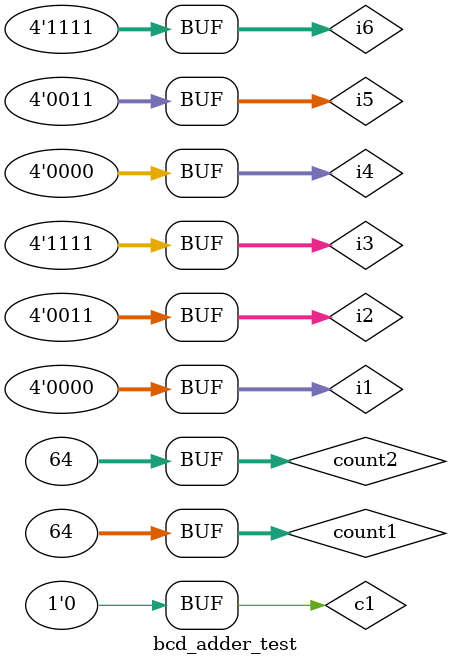
<source format=v>
module bcd_adder_test;
reg [3:0] i1, i2, i3, i4, i5, i6;			//4 bit 3 digit numbers
reg c1;
wire [3:0] s1, s2, s3;			//4 bit sum for each digit
wire co;								//carry out

bcd_adder3 gate(co, s1, s2, s3, c1, i1, i2, i3, i4, i5, i6);
	integer count1;
	integer count2;
	initial
	for(count1 =0;count1<64;count1=count1+1)begin
		for(count2 =0;count2<64;count2=count2+1)begin
			{i1,i2,i3}=count1;
			{i4,i5,i6}=count2;
			c1=0;
			#10;
		end
	end 
endmodule 
</source>
